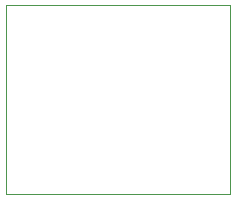
<source format=gbr>
%TF.GenerationSoftware,Altium Limited,Altium Designer,20.1.8 (145)*%
G04 Layer_Color=0*
%FSLAX45Y45*%
%MOMM*%
%TF.SameCoordinates,4CD9D56E-ABF0-4F53-8DDA-4C7987737DBE*%
%TF.FilePolarity,Positive*%
%TF.FileFunction,Profile,NP*%
%TF.Part,Single*%
G01*
G75*
%TA.AperFunction,Profile*%
%ADD49C,0.02540*%
D49*
X0Y0D02*
X1900000D01*
Y1600000D01*
X0D01*
Y0D01*
%TF.MD5,4648d9c27793bd6c39063d43ede13bf7*%
M02*

</source>
